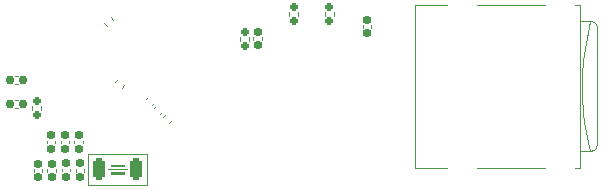
<source format=gbr>
%TF.GenerationSoftware,KiCad,Pcbnew,8.0.2-8.0.2-0~ubuntu22.04.1*%
%TF.CreationDate,2024-07-23T14:23:55-05:00*%
%TF.ProjectId,atslim-328,6174736c-696d-42d3-9332-382e6b696361,rev?*%
%TF.SameCoordinates,Original*%
%TF.FileFunction,Legend,Bot*%
%TF.FilePolarity,Positive*%
%FSLAX46Y46*%
G04 Gerber Fmt 4.6, Leading zero omitted, Abs format (unit mm)*
G04 Created by KiCad (PCBNEW 8.0.2-8.0.2-0~ubuntu22.04.1) date 2024-07-23 14:23:55*
%MOMM*%
%LPD*%
G01*
G04 APERTURE LIST*
G04 Aperture macros list*
%AMRoundRect*
0 Rectangle with rounded corners*
0 $1 Rounding radius*
0 $2 $3 $4 $5 $6 $7 $8 $9 X,Y pos of 4 corners*
0 Add a 4 corners polygon primitive as box body*
4,1,4,$2,$3,$4,$5,$6,$7,$8,$9,$2,$3,0*
0 Add four circle primitives for the rounded corners*
1,1,$1+$1,$2,$3*
1,1,$1+$1,$4,$5*
1,1,$1+$1,$6,$7*
1,1,$1+$1,$8,$9*
0 Add four rect primitives between the rounded corners*
20,1,$1+$1,$2,$3,$4,$5,0*
20,1,$1+$1,$4,$5,$6,$7,0*
20,1,$1+$1,$6,$7,$8,$9,0*
20,1,$1+$1,$8,$9,$2,$3,0*%
G04 Aperture macros list end*
%ADD10C,0.120000*%
%ADD11C,0.100000*%
%ADD12R,1.700000X1.700000*%
%ADD13O,1.700000X1.700000*%
%ADD14C,6.100000*%
%ADD15RoundRect,0.102000X-0.650000X0.650000X-0.650000X-0.650000X0.650000X-0.650000X0.650000X0.650000X0*%
%ADD16C,1.504000*%
%ADD17C,1.304000*%
%ADD18C,1.754000*%
%ADD19C,0.990600*%
%ADD20O,1.204000X2.404000*%
%ADD21O,1.204000X2.004000*%
%ADD22RoundRect,0.160000X-0.160000X0.197500X-0.160000X-0.197500X0.160000X-0.197500X0.160000X0.197500X0*%
%ADD23RoundRect,0.160000X0.160000X-0.197500X0.160000X0.197500X-0.160000X0.197500X-0.160000X-0.197500X0*%
%ADD24RoundRect,0.155000X-0.040659X-0.259862X0.259862X0.040659X0.040659X0.259862X-0.259862X-0.040659X0*%
%ADD25RoundRect,0.155000X-0.155000X0.212500X-0.155000X-0.212500X0.155000X-0.212500X0.155000X0.212500X0*%
%ADD26RoundRect,0.155000X0.155000X-0.212500X0.155000X0.212500X-0.155000X0.212500X-0.155000X-0.212500X0*%
%ADD27R,1.500000X0.800000*%
%ADD28R,2.000000X1.450000*%
%ADD29RoundRect,0.160000X0.026517X0.252791X-0.252791X-0.026517X-0.026517X-0.252791X0.252791X0.026517X0*%
%ADD30RoundRect,0.250000X0.275000X0.700000X-0.275000X0.700000X-0.275000X-0.700000X0.275000X-0.700000X0*%
%ADD31RoundRect,0.155000X-0.212500X-0.155000X0.212500X-0.155000X0.212500X0.155000X-0.212500X0.155000X0*%
%ADD32RoundRect,0.160000X-0.252791X0.026517X0.026517X-0.252791X0.252791X-0.026517X-0.026517X0.252791X0*%
G04 APERTURE END LIST*
D10*
%TO.C,R15*%
X91275000Y-88952621D02*
X91275000Y-88617379D01*
X90515000Y-88952621D02*
X90515000Y-88617379D01*
%TO.C,R2*%
X108145000Y-82787379D02*
X108145000Y-83122621D01*
X108905000Y-82787379D02*
X108905000Y-83122621D01*
%TO.C,C8*%
X101042349Y-88598534D02*
X100878534Y-88762349D01*
X101551466Y-89107651D02*
X101387651Y-89271466D01*
%TO.C,C2*%
X109250000Y-83050835D02*
X109250000Y-82819165D01*
X109970000Y-83050835D02*
X109970000Y-82819165D01*
%TO.C,C15*%
X91760000Y-91564165D02*
X91760000Y-91795835D01*
X92480000Y-91564165D02*
X92480000Y-91795835D01*
%TO.C,C18*%
X94215000Y-94178335D02*
X94215000Y-93946665D01*
X94935000Y-94178335D02*
X94935000Y-93946665D01*
%TO.C,R7*%
X112285000Y-80662379D02*
X112285000Y-80997621D01*
X113045000Y-80662379D02*
X113045000Y-80997621D01*
%TO.C,C9*%
X100311066Y-87849817D02*
X100147251Y-88013632D01*
X100820183Y-88358934D02*
X100656368Y-88522749D01*
%TO.C,J3*%
X122965000Y-80060000D02*
X125665000Y-80060000D01*
X122965000Y-93880000D02*
X122965000Y-80060000D01*
X122965000Y-93880000D02*
X125665000Y-93880000D01*
X128185000Y-80060000D02*
X133965000Y-80060000D01*
X128185000Y-93880000D02*
X133965000Y-93880000D01*
X136485000Y-80060000D02*
X136885000Y-80060000D01*
X136485000Y-93880000D02*
X136885000Y-93880000D01*
X136885000Y-80060000D02*
X136885000Y-93880000D01*
X137085000Y-86070000D02*
X137085000Y-87870000D01*
X137085000Y-87870000D02*
X137185000Y-89170000D01*
X137185000Y-84770000D02*
X137085000Y-86070000D01*
X137185000Y-89170000D02*
X137285000Y-89970000D01*
X137285000Y-89970000D02*
X137585000Y-91670000D01*
X137385000Y-83270000D02*
X137185000Y-84770000D01*
X137585000Y-91670000D02*
X137785000Y-92470000D01*
X137685000Y-81970000D02*
X137385000Y-83270000D01*
X137785000Y-81470000D02*
X137685000Y-81970000D01*
X137885000Y-81470000D02*
X136885000Y-81470000D01*
X137885000Y-92470000D02*
X136885000Y-92470000D01*
X138385000Y-81970000D02*
X138385000Y-91970000D01*
X137885000Y-81470000D02*
G75*
G02*
X138385000Y-81970000I0J-500000D01*
G01*
X138385000Y-91970000D02*
G75*
G02*
X137885000Y-92470000I-500001J1D01*
G01*
%TO.C,R13*%
X101581490Y-89536108D02*
X101818542Y-89299056D01*
X102118892Y-90073510D02*
X102355944Y-89836458D01*
%TO.C,R8*%
X115285000Y-80657379D02*
X115285000Y-80992621D01*
X116045000Y-80657379D02*
X116045000Y-80992621D01*
%TO.C,C14*%
X92930000Y-91564165D02*
X92930000Y-91795835D01*
X93650000Y-91564165D02*
X93650000Y-91795835D01*
%TO.C,FB1*%
X95260000Y-92695000D02*
X95260000Y-95295000D01*
X95260000Y-95295000D02*
X100260000Y-95295000D01*
X96934500Y-93995000D02*
X98585500Y-93995000D01*
X100260000Y-92695000D02*
X95260000Y-92695000D01*
X100260000Y-95295000D02*
X100260000Y-92695000D01*
D11*
X98331500Y-93741000D02*
X97188500Y-93741000D01*
X97188500Y-93614000D01*
X98331500Y-93614000D01*
X98331500Y-93741000D01*
G36*
X98331500Y-93741000D02*
G01*
X97188500Y-93741000D01*
X97188500Y-93614000D01*
X98331500Y-93614000D01*
X98331500Y-93741000D01*
G37*
X98331500Y-94376000D02*
X97188500Y-94376000D01*
X97188500Y-94249000D01*
X98331500Y-94249000D01*
X98331500Y-94376000D01*
G36*
X98331500Y-94376000D02*
G01*
X97188500Y-94376000D01*
X97188500Y-94249000D01*
X98331500Y-94249000D01*
X98331500Y-94376000D01*
G37*
D10*
%TO.C,C19*%
X90645000Y-94188335D02*
X90645000Y-93956665D01*
X91365000Y-94188335D02*
X91365000Y-93956665D01*
%TO.C,C11*%
X89335835Y-88080000D02*
X89104165Y-88080000D01*
X89335835Y-88800000D02*
X89104165Y-88800000D01*
%TO.C,R17*%
X97557773Y-86579825D02*
X97794825Y-86342773D01*
X98095175Y-87117227D02*
X98332227Y-86880175D01*
%TO.C,C17*%
X93015000Y-94168335D02*
X93015000Y-93936665D01*
X93735000Y-94168335D02*
X93735000Y-93936665D01*
%TO.C,C3*%
X118500000Y-82025835D02*
X118500000Y-81794165D01*
X119220000Y-82025835D02*
X119220000Y-81794165D01*
%TO.C,C16*%
X91815000Y-94188335D02*
X91815000Y-93956665D01*
X92535000Y-94188335D02*
X92535000Y-93956665D01*
%TO.C,C13*%
X94090000Y-91564165D02*
X94090000Y-91795835D01*
X94810000Y-91564165D02*
X94810000Y-91795835D01*
%TO.C,R18*%
X96864825Y-81862227D02*
X96627773Y-81625175D01*
X97402227Y-81324825D02*
X97165175Y-81087773D01*
%TO.C,C12*%
X89330835Y-86065000D02*
X89099165Y-86065000D01*
X89330835Y-86785000D02*
X89099165Y-86785000D01*
%TD*%
%LPC*%
D12*
%TO.C,J7*%
X94770000Y-97475000D03*
D13*
X94770000Y-100015000D03*
X92230000Y-97475000D03*
X92230000Y-100015000D03*
%TD*%
D14*
%TO.C,H2*%
X75330000Y-98970000D03*
%TD*%
D15*
%TO.C,J5*%
X87035000Y-83419000D03*
D16*
X84495000Y-84435000D03*
X87035000Y-85451000D03*
X84495000Y-86467000D03*
X87035000Y-87483000D03*
X84495000Y-88499000D03*
X87035000Y-89515000D03*
X84495000Y-90531000D03*
D17*
X81195000Y-91115000D03*
X78895000Y-92555000D03*
X81195000Y-81395000D03*
X78895000Y-82835000D03*
D18*
X89245000Y-80975000D03*
X89245000Y-92975000D03*
X83645000Y-95020000D03*
X83645000Y-78930000D03*
%TD*%
D14*
%TO.C,H3*%
X134330000Y-74970000D03*
%TD*%
D19*
%TO.C,J1*%
X99210000Y-75330000D03*
X94130000Y-76346000D03*
X94130000Y-74314000D03*
%TD*%
D14*
%TO.C,H4*%
X134330000Y-98970000D03*
%TD*%
%TO.C,H1*%
X75330000Y-74970000D03*
%TD*%
D12*
%TO.C,J6*%
X100125000Y-100025000D03*
D13*
X100125000Y-97485000D03*
X102665000Y-100025000D03*
X102665000Y-97485000D03*
X105205000Y-100025000D03*
X105205000Y-97485000D03*
X107745000Y-100025000D03*
X107745000Y-97485000D03*
X110285000Y-100025000D03*
X110285000Y-97485000D03*
X112825000Y-100025000D03*
X112825000Y-97485000D03*
X115365000Y-100025000D03*
X115365000Y-97485000D03*
X117905000Y-100025000D03*
X117905000Y-97485000D03*
X120445000Y-100025000D03*
X120445000Y-97485000D03*
X122985000Y-100025000D03*
X122985000Y-97485000D03*
X125525000Y-100025000D03*
X125525000Y-97485000D03*
%TD*%
D20*
%TO.C,J4*%
X120030000Y-73565000D03*
D21*
X108790000Y-77565000D03*
X120030000Y-77565000D03*
D20*
X108790000Y-73565000D03*
%TD*%
D22*
%TO.C,R15*%
X90895000Y-88187500D03*
X90895000Y-89382500D03*
%TD*%
D23*
%TO.C,R2*%
X108525000Y-83552500D03*
X108525000Y-82357500D03*
%TD*%
D24*
%TO.C,C8*%
X100813717Y-89336283D03*
X101616283Y-88533717D03*
%TD*%
D25*
%TO.C,C2*%
X109610000Y-82367500D03*
X109610000Y-83502500D03*
%TD*%
D26*
%TO.C,C15*%
X92120000Y-92247500D03*
X92120000Y-91112500D03*
%TD*%
D25*
%TO.C,C18*%
X94575000Y-93495000D03*
X94575000Y-94630000D03*
%TD*%
D23*
%TO.C,R7*%
X112665000Y-81427500D03*
X112665000Y-80232500D03*
%TD*%
D24*
%TO.C,C9*%
X100082434Y-88587566D03*
X100885000Y-87785000D03*
%TD*%
D27*
%TO.C,J3*%
X132625000Y-90170000D03*
X132625000Y-89070000D03*
X132625000Y-87970000D03*
X132625000Y-86870000D03*
X132625000Y-85770000D03*
X132625000Y-84670000D03*
X132625000Y-83570000D03*
X132625000Y-82470000D03*
D28*
X126925000Y-93845000D03*
X135225000Y-93845000D03*
X126925000Y-80095000D03*
X135225000Y-80095000D03*
%TD*%
D29*
%TO.C,R13*%
X102391213Y-89263787D03*
X101546221Y-90108779D03*
%TD*%
D23*
%TO.C,R8*%
X115665000Y-81422500D03*
X115665000Y-80227500D03*
%TD*%
D26*
%TO.C,C14*%
X93290000Y-92247500D03*
X93290000Y-91112500D03*
%TD*%
D30*
%TO.C,FB1*%
X99335000Y-93995000D03*
X96185000Y-93995000D03*
%TD*%
D25*
%TO.C,C19*%
X91005000Y-93505000D03*
X91005000Y-94640000D03*
%TD*%
D31*
%TO.C,C11*%
X88652500Y-88440000D03*
X89787500Y-88440000D03*
%TD*%
D29*
%TO.C,R17*%
X98367496Y-86307504D03*
X97522504Y-87152496D03*
%TD*%
D25*
%TO.C,C17*%
X93375000Y-93485000D03*
X93375000Y-94620000D03*
%TD*%
%TO.C,C3*%
X118860000Y-81342500D03*
X118860000Y-82477500D03*
%TD*%
%TO.C,C16*%
X92175000Y-93505000D03*
X92175000Y-94640000D03*
%TD*%
D26*
%TO.C,C13*%
X94450000Y-92247500D03*
X94450000Y-91112500D03*
%TD*%
D32*
%TO.C,R18*%
X96592504Y-81052504D03*
X97437496Y-81897496D03*
%TD*%
D31*
%TO.C,C12*%
X88647500Y-86425000D03*
X89782500Y-86425000D03*
%TD*%
%LPD*%
M02*

</source>
